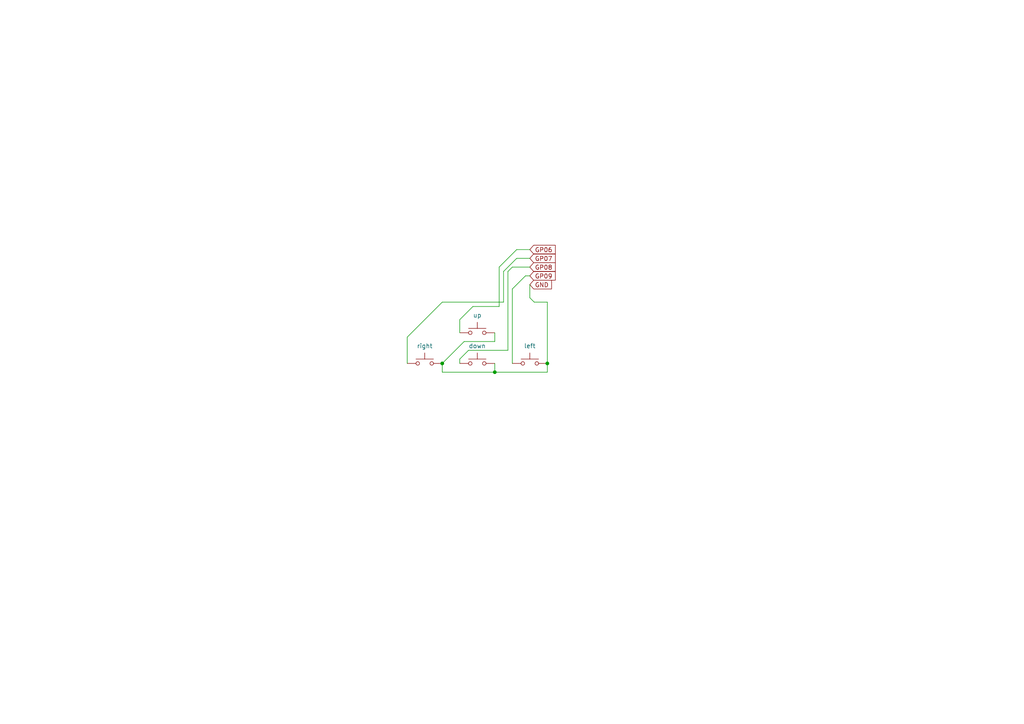
<source format=kicad_sch>
(kicad_sch (version 20250114) (generator "eeschema") (generator_version "9.0")
  (paper "A4")
  (lib_symbols
    (symbol "Switch:SW_Push" (pin_numbers (hide yes)) (pin_names (offset 1.016) (hide yes))
      (property "Reference" "SW" (at 1.27 2.54 0))
      (property "Value" "SW_Push" (at 0 -1.524 0))
      (symbol "SW_Push_0_1"
        (circle (center -2.032 0) (radius 0.508))
        (polyline (pts (xy 0 1.27) (xy 0 3.048)))
        (circle (center 2.032 0) (radius 0.508))
        (polyline (pts (xy 2.54 1.27) (xy -2.54 1.27)))
        (pin passive line (at -5.08 0 0) (length 2.54) (name "1") (number "1"))
        (pin passive line (at 5.08 0 180) (length 2.54) (name "2") (number "2"))
      )
    )
  )
  (junction (at 143.51 107.95))
  (junction (at 158.75 105.41))
  (junction (at 128.27 105.41))
  (wire (pts (xy 154.94 87.63) (xy 153.67 86.36)))
  (wire (pts (xy 137.16 88.9) (xy 144.78 88.9)))
  (wire (pts (xy 128.27 87.63) (xy 146.05 87.63)))
  (wire (pts (xy 133.35 96.52) (xy 133.35 92.71)))
  (wire (pts (xy 158.75 87.63) (xy 154.94 87.63)))
  (wire (pts (xy 153.67 82.55) (xy 153.67 86.36)))
  (wire (pts (xy 135.89 101.6) (xy 147.32 101.6)))
  (wire (pts (xy 144.78 77.47) (xy 149.86 72.39)))
  (wire (pts (xy 143.51 105.41) (xy 143.51 107.95)))
  (wire (pts (xy 146.05 78.74) (xy 149.86 74.93)))
  (wire (pts (xy 149.86 74.93) (xy 153.67 74.93)))
  (wire (pts (xy 147.32 101.6) (xy 147.32 78.74)))
  (wire (pts (xy 134.62 99.06) (xy 143.51 99.06)))
  (wire (pts (xy 152.4 80.01) (xy 153.67 80.01)))
  (wire (pts (xy 148.59 105.41) (xy 148.59 83.82)))
  (wire (pts (xy 128.27 105.41) (xy 128.27 107.95)))
  (wire (pts (xy 148.59 83.82) (xy 152.4 80.01)))
  (wire (pts (xy 134.62 99.06) (xy 128.27 105.41)))
  (wire (pts (xy 128.27 107.95) (xy 143.51 107.95)))
  (wire (pts (xy 149.86 72.39) (xy 153.67 72.39)))
  (wire (pts (xy 147.32 78.74) (xy 148.59 77.47)))
  (wire (pts (xy 158.75 105.41) (xy 158.75 107.95)))
  (wire (pts (xy 144.78 88.9) (xy 144.78 77.47)))
  (wire (pts (xy 146.05 87.63) (xy 146.05 78.74)))
  (wire (pts (xy 133.35 105.41) (xy 133.35 104.14)))
  (wire (pts (xy 143.51 107.95) (xy 158.75 107.95)))
  (wire (pts (xy 148.59 77.47) (xy 153.67 77.47)))
  (wire (pts (xy 143.51 96.52) (xy 143.51 99.06)))
  (wire (pts (xy 133.35 92.71) (xy 137.16 88.9)))
  (wire (pts (xy 133.35 104.14) (xy 135.89 101.6)))
  (wire (pts (xy 118.11 97.79) (xy 128.27 87.63)))
  (wire (pts (xy 158.75 87.63) (xy 158.75 105.41)))
  (wire (pts (xy 118.11 105.41) (xy 118.11 97.79)))
  (global_label "GND" (shape input) (at 153.67 82.55 0) (property "Intersheetrefs" "${INTERSHEET_REFS}" (effects (hide yes))))
  (global_label "GP09" (shape input) (at 153.67 80.01 0) (property "Intersheetrefs" "${INTERSHEET_REFS}" (effects (hide yes))))
  (global_label "GP07" (shape input) (at 153.67 74.93 0) (property "Intersheetrefs" "${INTERSHEET_REFS}" (effects (hide yes))))
  (global_label "GP08" (shape input) (at 153.67 77.47 0) (property "Intersheetrefs" "${INTERSHEET_REFS}" (effects (hide yes))))
  (global_label "GP06" (shape input) (at 153.67 72.39 0) (property "Intersheetrefs" "${INTERSHEET_REFS}" (effects (hide yes))))
  (symbol (lib_id "Switch:SW_Push") (at 138.43 105.41 0) (unit 1)
    (property "Reference" "SW2" (effects (hide yes)))
    (property "Value" "down" (at 138.43 100.33 0))
    (property "Description" "Push button switch, generic, two pins" (effects (hide yes)))
  )
  (symbol (lib_id "Switch:SW_Push") (at 138.43 96.52 0) (unit 1)
    (property "Reference" "SW1" (effects (hide yes)))
    (property "Value" "up" (at 138.43 91.44 0))
    (property "Description" "Push button switch, generic, two pins" (effects (hide yes)))
  )
  (symbol (lib_id "Switch:SW_Push") (at 123.19 105.41 0) (unit 1)
    (property "Reference" "SW4" (effects (hide yes)))
    (property "Value" "right" (at 123.19 100.33 0))
    (property "Description" "Push button switch, generic, two pins" (effects (hide yes)))
  )
  (symbol (lib_id "Switch:SW_Push") (at 153.67 105.41 0) (unit 1)
    (property "Reference" "SW3" (effects (hide yes)))
    (property "Value" "left" (at 153.67 100.33 0))
    (property "Description" "Push button switch, generic, two pins" (effects (hide yes)))
  )
)
</source>
